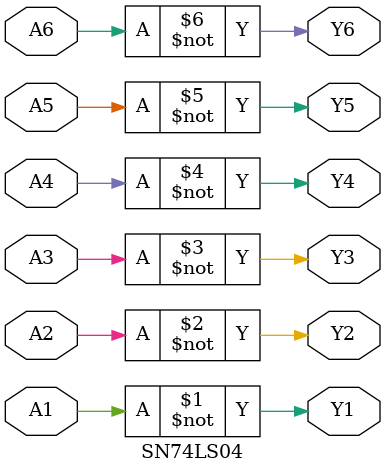
<source format=sv>


module SN74LS04(
	A1,
	A2,
	A3,
	A4,
	A5,
	A6,
	Y1,
	Y2,
	Y3,
	Y4,
	Y5,
	Y6
);


input wire	A1;
input wire	A2;
input wire	A3;
input wire	A4;
input wire	A5;
input wire	A6;
output wire	Y1;
output wire	Y2;
output wire	Y3;
output wire	Y4;
output wire	Y5;
output wire	Y6;





assign	Y1 =  ~A1;

assign	Y2 =  ~A2;

assign	Y3 =  ~A3;

assign	Y4 =  ~A4;

assign	Y5 =  ~A5;

assign	Y6 =  ~A6;


endmodule

</source>
